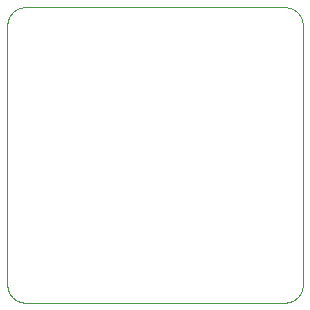
<source format=gbp>
G75*
%MOIN*%
%OFA0B0*%
%FSLAX25Y25*%
%IPPOS*%
%LPD*%
%AMOC8*
5,1,8,0,0,1.08239X$1,22.5*
%
%ADD10C,0.00000*%
D10*
X0009483Y0006895D02*
X0096098Y0006895D01*
X0096250Y0006897D01*
X0096402Y0006903D01*
X0096554Y0006913D01*
X0096705Y0006926D01*
X0096856Y0006944D01*
X0097007Y0006965D01*
X0097157Y0006991D01*
X0097306Y0007020D01*
X0097455Y0007053D01*
X0097602Y0007090D01*
X0097749Y0007130D01*
X0097894Y0007175D01*
X0098038Y0007223D01*
X0098181Y0007275D01*
X0098323Y0007330D01*
X0098463Y0007389D01*
X0098602Y0007452D01*
X0098739Y0007518D01*
X0098874Y0007588D01*
X0099007Y0007661D01*
X0099138Y0007738D01*
X0099268Y0007818D01*
X0099395Y0007901D01*
X0099520Y0007987D01*
X0099643Y0008077D01*
X0099763Y0008170D01*
X0099881Y0008266D01*
X0099997Y0008365D01*
X0100110Y0008467D01*
X0100220Y0008571D01*
X0100328Y0008679D01*
X0100432Y0008789D01*
X0100534Y0008902D01*
X0100633Y0009018D01*
X0100729Y0009136D01*
X0100822Y0009256D01*
X0100912Y0009379D01*
X0100998Y0009504D01*
X0101081Y0009631D01*
X0101161Y0009761D01*
X0101238Y0009892D01*
X0101311Y0010025D01*
X0101381Y0010160D01*
X0101447Y0010297D01*
X0101510Y0010436D01*
X0101569Y0010576D01*
X0101624Y0010718D01*
X0101676Y0010861D01*
X0101724Y0011005D01*
X0101769Y0011150D01*
X0101809Y0011297D01*
X0101846Y0011444D01*
X0101879Y0011593D01*
X0101908Y0011742D01*
X0101934Y0011892D01*
X0101955Y0012043D01*
X0101973Y0012194D01*
X0101986Y0012345D01*
X0101996Y0012497D01*
X0102002Y0012649D01*
X0102004Y0012801D01*
X0102003Y0012801D02*
X0102003Y0099415D01*
X0102004Y0099415D02*
X0102002Y0099567D01*
X0101996Y0099719D01*
X0101986Y0099871D01*
X0101973Y0100022D01*
X0101955Y0100173D01*
X0101934Y0100324D01*
X0101908Y0100474D01*
X0101879Y0100623D01*
X0101846Y0100772D01*
X0101809Y0100919D01*
X0101769Y0101066D01*
X0101724Y0101211D01*
X0101676Y0101355D01*
X0101624Y0101498D01*
X0101569Y0101640D01*
X0101510Y0101780D01*
X0101447Y0101919D01*
X0101381Y0102056D01*
X0101311Y0102191D01*
X0101238Y0102324D01*
X0101161Y0102455D01*
X0101081Y0102585D01*
X0100998Y0102712D01*
X0100912Y0102837D01*
X0100822Y0102960D01*
X0100729Y0103080D01*
X0100633Y0103198D01*
X0100534Y0103314D01*
X0100432Y0103427D01*
X0100328Y0103537D01*
X0100220Y0103645D01*
X0100110Y0103749D01*
X0099997Y0103851D01*
X0099881Y0103950D01*
X0099763Y0104046D01*
X0099643Y0104139D01*
X0099520Y0104229D01*
X0099395Y0104315D01*
X0099268Y0104398D01*
X0099138Y0104478D01*
X0099007Y0104555D01*
X0098874Y0104628D01*
X0098739Y0104698D01*
X0098602Y0104764D01*
X0098463Y0104827D01*
X0098323Y0104886D01*
X0098181Y0104941D01*
X0098038Y0104993D01*
X0097894Y0105041D01*
X0097749Y0105086D01*
X0097602Y0105126D01*
X0097455Y0105163D01*
X0097306Y0105196D01*
X0097157Y0105225D01*
X0097007Y0105251D01*
X0096856Y0105272D01*
X0096705Y0105290D01*
X0096554Y0105303D01*
X0096402Y0105313D01*
X0096250Y0105319D01*
X0096098Y0105321D01*
X0096098Y0105320D02*
X0009483Y0105320D01*
X0009483Y0105321D02*
X0009331Y0105319D01*
X0009179Y0105313D01*
X0009027Y0105303D01*
X0008876Y0105290D01*
X0008725Y0105272D01*
X0008574Y0105251D01*
X0008424Y0105225D01*
X0008275Y0105196D01*
X0008126Y0105163D01*
X0007979Y0105126D01*
X0007832Y0105086D01*
X0007687Y0105041D01*
X0007543Y0104993D01*
X0007400Y0104941D01*
X0007258Y0104886D01*
X0007118Y0104827D01*
X0006979Y0104764D01*
X0006842Y0104698D01*
X0006707Y0104628D01*
X0006574Y0104555D01*
X0006443Y0104478D01*
X0006313Y0104398D01*
X0006186Y0104315D01*
X0006061Y0104229D01*
X0005938Y0104139D01*
X0005818Y0104046D01*
X0005700Y0103950D01*
X0005584Y0103851D01*
X0005471Y0103749D01*
X0005361Y0103645D01*
X0005253Y0103537D01*
X0005149Y0103427D01*
X0005047Y0103314D01*
X0004948Y0103198D01*
X0004852Y0103080D01*
X0004759Y0102960D01*
X0004669Y0102837D01*
X0004583Y0102712D01*
X0004500Y0102585D01*
X0004420Y0102455D01*
X0004343Y0102324D01*
X0004270Y0102191D01*
X0004200Y0102056D01*
X0004134Y0101919D01*
X0004071Y0101780D01*
X0004012Y0101640D01*
X0003957Y0101498D01*
X0003905Y0101355D01*
X0003857Y0101211D01*
X0003812Y0101066D01*
X0003772Y0100919D01*
X0003735Y0100772D01*
X0003702Y0100623D01*
X0003673Y0100474D01*
X0003647Y0100324D01*
X0003626Y0100173D01*
X0003608Y0100022D01*
X0003595Y0099871D01*
X0003585Y0099719D01*
X0003579Y0099567D01*
X0003577Y0099415D01*
X0003578Y0099415D02*
X0003578Y0012801D01*
X0003577Y0012801D02*
X0003579Y0012649D01*
X0003585Y0012497D01*
X0003595Y0012345D01*
X0003608Y0012194D01*
X0003626Y0012043D01*
X0003647Y0011892D01*
X0003673Y0011742D01*
X0003702Y0011593D01*
X0003735Y0011444D01*
X0003772Y0011297D01*
X0003812Y0011150D01*
X0003857Y0011005D01*
X0003905Y0010861D01*
X0003957Y0010718D01*
X0004012Y0010576D01*
X0004071Y0010436D01*
X0004134Y0010297D01*
X0004200Y0010160D01*
X0004270Y0010025D01*
X0004343Y0009892D01*
X0004420Y0009761D01*
X0004500Y0009631D01*
X0004583Y0009504D01*
X0004669Y0009379D01*
X0004759Y0009256D01*
X0004852Y0009136D01*
X0004948Y0009018D01*
X0005047Y0008902D01*
X0005149Y0008789D01*
X0005253Y0008679D01*
X0005361Y0008571D01*
X0005471Y0008467D01*
X0005584Y0008365D01*
X0005700Y0008266D01*
X0005818Y0008170D01*
X0005938Y0008077D01*
X0006061Y0007987D01*
X0006186Y0007901D01*
X0006313Y0007818D01*
X0006443Y0007738D01*
X0006574Y0007661D01*
X0006707Y0007588D01*
X0006842Y0007518D01*
X0006979Y0007452D01*
X0007118Y0007389D01*
X0007258Y0007330D01*
X0007400Y0007275D01*
X0007543Y0007223D01*
X0007687Y0007175D01*
X0007832Y0007130D01*
X0007979Y0007090D01*
X0008126Y0007053D01*
X0008275Y0007020D01*
X0008424Y0006991D01*
X0008574Y0006965D01*
X0008725Y0006944D01*
X0008876Y0006926D01*
X0009027Y0006913D01*
X0009179Y0006903D01*
X0009331Y0006897D01*
X0009483Y0006895D01*
M02*

</source>
